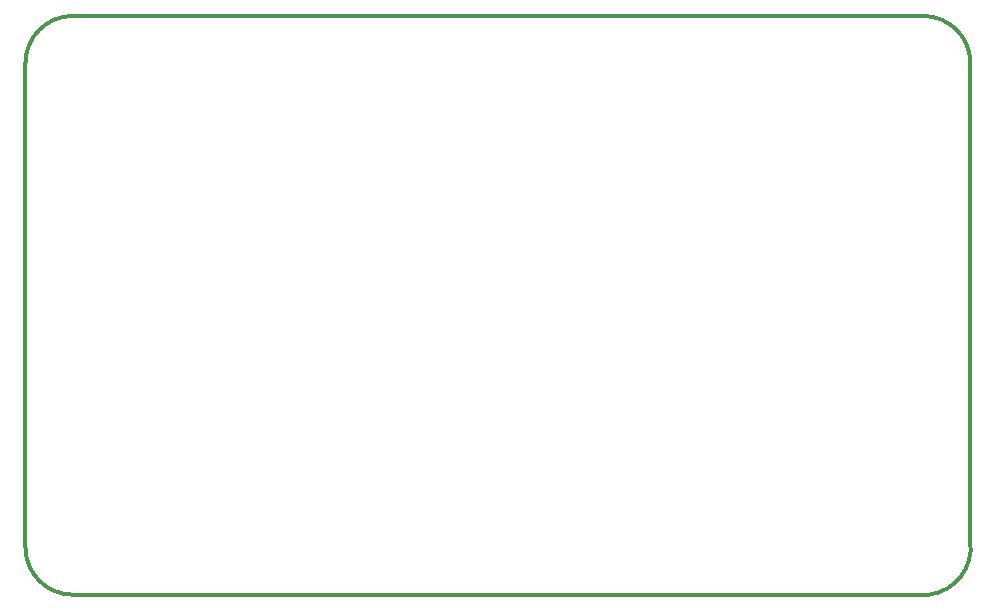
<source format=gbr>
G04 #@! TF.GenerationSoftware,KiCad,Pcbnew,(5.1.2-1)-1*
G04 #@! TF.CreationDate,2019-07-11T02:04:14+01:00*
G04 #@! TF.ProjectId,tool-lockers-pcb,746f6f6c-2d6c-46f6-936b-6572732d7063,rev?*
G04 #@! TF.SameCoordinates,Original*
G04 #@! TF.FileFunction,Profile,NP*
%FSLAX46Y46*%
G04 Gerber Fmt 4.6, Leading zero omitted, Abs format (unit mm)*
G04 Created by KiCad (PCBNEW (5.1.2-1)-1) date 2019-07-11 02:04:14*
%MOMM*%
%LPD*%
G04 APERTURE LIST*
%ADD10C,0.299720*%
G04 APERTURE END LIST*
D10*
X112590580Y-75194160D02*
G75*
G03X108590080Y-79194660I0J-4000500D01*
G01*
X188589920Y-79194660D02*
G75*
G03X184589420Y-75194160I-4000500J0D01*
G01*
X108590080Y-120195340D02*
G75*
G03X112590580Y-124195840I4000500J0D01*
G01*
X185089800Y-124195840D02*
G75*
G03X188589920Y-119694960I-500380J4000500D01*
G01*
X112590580Y-75194160D02*
X184589420Y-75194160D01*
X112590580Y-124195840D02*
X185089800Y-124195840D01*
X108590080Y-79194660D02*
X108590080Y-120195340D01*
X188589920Y-79194660D02*
X188589920Y-119694960D01*
M02*

</source>
